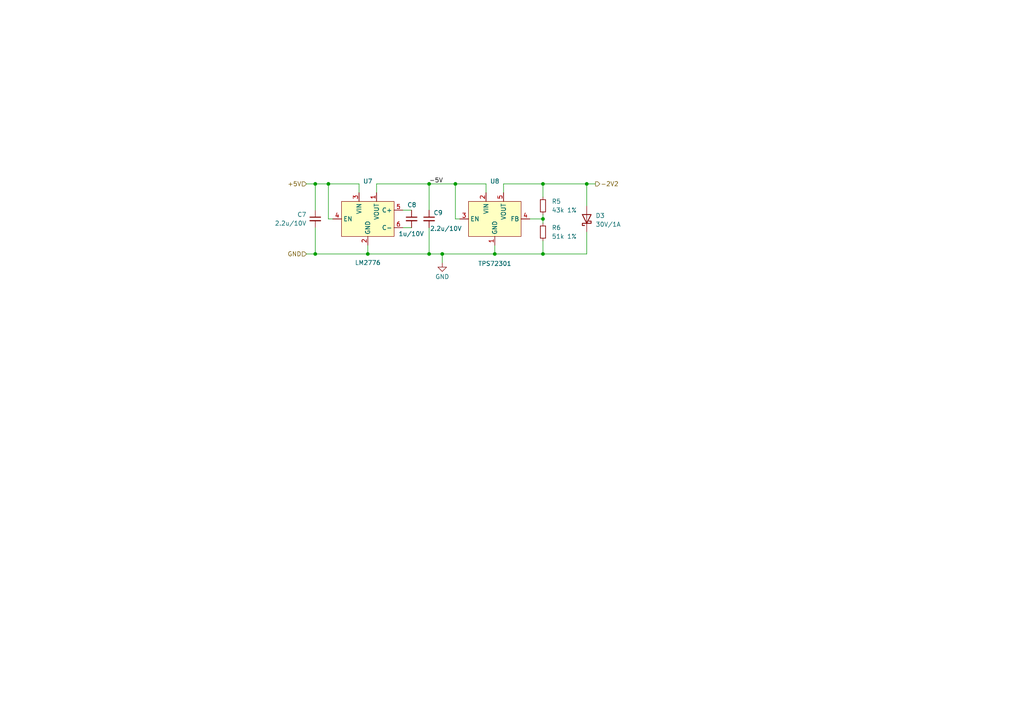
<source format=kicad_sch>
(kicad_sch (version 20250114) (generator "eeschema") (generator_version "9.0")
  (paper "A4")
  (title_block (date "2025-03-31") (rev "2"))
  (lib_symbols
    (symbol "Device:C_Small" (pin_numbers (hide yes)) (pin_names (offset 0.254) (hide yes))
      (property "Reference" "C" (at 0.254 1.778 0))
      (property "Value" "C_Small" (at 0.254 -2.032 0))
      (symbol "C_Small_0_1"
        (polyline (pts (xy -1.524 0.508) (xy 1.524 0.508)) (stroke (width 0.3048)))
        (polyline (pts (xy -1.524 -0.508) (xy 1.524 -0.508)) (stroke (width 0.3302)))
      )
      (symbol "C_Small_1_1"
        (pin passive line (at 0 2.54 270) (length 2.032) (name "~") (number "1"))
        (pin passive line (at 0 -2.54 90) (length 2.032) (name "~") (number "2"))
      )
    )
    (symbol "Device:D_Schottky" (pin_numbers (hide yes)) (pin_names (offset 1.016) (hide yes))
      (property "Reference" "D" (at 0 2.54 0))
      (property "Value" "D_Schottky" (at 0 -2.54 0))
      (symbol "D_Schottky_0_1"
        (polyline (pts (xy -1.905 0.635) (xy -1.905 1.27) (xy -1.27 1.27) (xy -1.27 -1.27) (xy -0.635 -1.27) (xy -0.635 -0.635)) (stroke (width 0.254)))
        (polyline (pts (xy 1.27 1.27) (xy 1.27 -1.27) (xy -1.27 0) (xy 1.27 1.27)) (stroke (width 0.254)))
        (polyline (pts (xy 1.27 0) (xy -1.27 0)))
      )
      (symbol "D_Schottky_1_1"
        (pin passive line (at -3.81 0 0) (length 2.54) (name "K") (number "1"))
        (pin passive line (at 3.81 0 180) (length 2.54) (name "A") (number "2"))
      )
    )
    (symbol "Device:R_Small" (pin_numbers (hide yes)) (pin_names (offset 0.254) (hide yes))
      (property "Reference" "R" (at 0 0 90))
      (property "Value" "R_Small" (at 1.778 0 90))
      (symbol "R_Small_0_1"
        (rectangle (start -0.762 1.778) (end 0.762 -1.778) (stroke (width 0.2032)))
      )
      (symbol "R_Small_1_1"
        (pin passive line (at 0 2.54 270) (length 0.762) (name "~") (number "1"))
        (pin passive line (at 0 -2.54 90) (length 0.762) (name "~") (number "2"))
      )
    )
    (symbol "power:GND" (power) (pin_numbers (hide yes)) (pin_names (offset 0) (hide yes))
      (property "Value" "GND" (at 0 -3.81 0))
      (symbol "GND_0_1"
        (polyline (pts (xy 0 0) (xy 0 -1.27) (xy 1.27 -1.27) (xy 0 -2.54) (xy -1.27 -1.27) (xy 0 -1.27)))
      )
      (symbol "GND_1_1"
        (pin power_in line (at 0 0 270) (length 0) (name "~") (number "1"))
      )
    )
    (symbol "ti:LM2776"
      (property "Reference" "U" (at 0.508 7.874 0))
      (property "Value" "LM2776" (at 9.398 -12.192 0))
      (symbol "LM2776_1_0"
        (pin input line (at -10.16 -5.08 0) (length 2.54) (name "EN") (number "4"))
        (pin power_in line (at -2.54 2.54 270) (length 2.54) (name "VIN") (number "3"))
        (pin power_in line (at 0 -12.7 90) (length 2.54) (name "GND") (number "2"))
        (pin power_out line (at 2.54 2.54 270) (length 2.54) (name "VOUT") (number "1"))
        (pin passive line (at 10.16 -2.54 180) (length 2.54) (name "C+") (number "5"))
        (pin passive line (at 10.16 -7.62 180) (length 2.54) (name "C-") (number "6"))
      )
      (symbol "LM2776_1_1"
        (rectangle (start -7.62 0) (end 7.62 -10.16) (fill (type background)))
      )
    )
    (symbol "ti:TPS72301"
      (property "Reference" "U" (at 0.508 7.874 0))
      (property "Value" "TPS72301" (at 9.398 -12.192 0))
      (symbol "TPS72301_1_0"
        (pin input line (at -10.16 -5.08 0) (length 2.54) (name "EN") (number "3"))
        (pin power_in line (at -2.54 2.54 270) (length 2.54) (name "VIN") (number "2"))
        (pin power_in line (at 0 -12.7 90) (length 2.54) (name "GND") (number "1"))
        (pin power_out line (at 2.54 2.54 270) (length 2.54) (name "VOUT") (number "5"))
        (pin passive line (at 10.16 -5.08 180) (length 2.54) (name "FB") (number "4"))
      )
      (symbol "TPS72301_1_1"
        (rectangle (start -7.62 0) (end 7.62 -10.16) (fill (type background)))
      )
    )
  )
  (junction (at 132.08 53.34))
  (junction (at 95.25 53.34))
  (junction (at 157.48 53.34))
  (junction (at 91.44 73.66))
  (junction (at 124.46 53.34))
  (junction (at 124.46 73.66))
  (junction (at 106.68 73.66))
  (junction (at 91.44 53.34))
  (junction (at 157.48 73.66))
  (junction (at 128.27 73.66))
  (junction (at 143.51 73.66))
  (junction (at 170.18 53.34))
  (junction (at 157.48 63.5))
  (wire (pts (xy 143.51 73.66) (xy 157.48 73.66)))
  (wire (pts (xy 91.44 53.34) (xy 91.44 60.96)))
  (wire (pts (xy 95.25 53.34) (xy 104.14 53.34)))
  (wire (pts (xy 157.48 53.34) (xy 170.18 53.34)))
  (wire (pts (xy 143.51 71.12) (xy 143.51 73.66)))
  (wire (pts (xy 157.48 73.66) (xy 170.18 73.66)))
  (wire (pts (xy 109.22 53.34) (xy 124.46 53.34)))
  (wire (pts (xy 128.27 73.66) (xy 143.51 73.66)))
  (wire (pts (xy 116.84 66.04) (xy 119.38 66.04)))
  (wire (pts (xy 170.18 53.34) (xy 172.72 53.34)))
  (wire (pts (xy 104.14 53.34) (xy 104.14 55.88)))
  (wire (pts (xy 133.35 63.5) (xy 132.08 63.5)))
  (wire (pts (xy 124.46 53.34) (xy 132.08 53.34)))
  (wire (pts (xy 88.9 53.34) (xy 91.44 53.34)))
  (wire (pts (xy 153.67 63.5) (xy 157.48 63.5)))
  (wire (pts (xy 124.46 66.04) (xy 124.46 73.66)))
  (wire (pts (xy 146.05 53.34) (xy 157.48 53.34)))
  (wire (pts (xy 132.08 53.34) (xy 140.97 53.34)))
  (wire (pts (xy 91.44 53.34) (xy 95.25 53.34)))
  (wire (pts (xy 95.25 53.34) (xy 95.25 63.5)))
  (wire (pts (xy 109.22 53.34) (xy 109.22 55.88)))
  (wire (pts (xy 128.27 73.66) (xy 124.46 73.66)))
  (wire (pts (xy 146.05 53.34) (xy 146.05 55.88)))
  (wire (pts (xy 157.48 53.34) (xy 157.48 57.15)))
  (wire (pts (xy 157.48 62.23) (xy 157.48 63.5)))
  (wire (pts (xy 128.27 76.2) (xy 128.27 73.66)))
  (wire (pts (xy 132.08 53.34) (xy 132.08 63.5)))
  (wire (pts (xy 124.46 53.34) (xy 124.46 60.96)))
  (wire (pts (xy 88.9 73.66) (xy 91.44 73.66)))
  (wire (pts (xy 91.44 73.66) (xy 106.68 73.66)))
  (wire (pts (xy 96.52 63.5) (xy 95.25 63.5)))
  (wire (pts (xy 170.18 67.31) (xy 170.18 73.66)))
  (wire (pts (xy 116.84 60.96) (xy 119.38 60.96)))
  (wire (pts (xy 170.18 53.34) (xy 170.18 59.69)))
  (wire (pts (xy 106.68 73.66) (xy 124.46 73.66)))
  (wire (pts (xy 91.44 66.04) (xy 91.44 73.66)))
  (wire (pts (xy 140.97 53.34) (xy 140.97 55.88)))
  (wire (pts (xy 106.68 71.12) (xy 106.68 73.66)))
  (wire (pts (xy 157.48 63.5) (xy 157.48 64.77)))
  (wire (pts (xy 157.48 69.85) (xy 157.48 73.66)))
  (label "-5V" (at 124.46 53.34 0))
  (hierarchical_label "+5V" (shape input) (at 88.9 53.34 180))
  (hierarchical_label "-2V2" (shape output) (at 172.72 53.34 0))
  (hierarchical_label "GND" (shape input) (at 88.9 73.66 180))
  (symbol (lib_id "Device:D_Schottky") (at 170.18 63.5 90) (unit 1)
    (property "Reference" "D3" (at 172.72 62.5474 90) (effects (justify right)))
    (property "Value" "30V/1A" (at 172.72 65.0874 90) (effects (justify right)))
    (property "Footprint" "murata:CR_60M-60_ROM-M" (effects (hide yes)))
    (property "Description" "Schottky diode" (effects (hide yes)))
    (instances (project "" (path "" (reference "D3") (unit 1))) (project "" (path "" (reference "D3") (unit 1))) (project "" (path "" (reference "D1") (unit 1))))
  )
  (symbol (lib_id "Device:R_Small") (at 157.48 59.69 0) (unit 1)
    (property "Reference" "R5" (at 160.02 58.4199 0) (effects (justify left)))
    (property "Value" "43k 1%" (at 160.02 60.9599 0) (effects (justify left)))
    (property "Footprint" "Resistor_SMD:R_0603_1608Metric_Pad0.98x0.95mm_HandSolder" (effects (hide yes)))
    (property "Description" "Resistor, small symbol" (effects (hide yes)))
  )
  (symbol (lib_id "ti:TPS72301") (at 143.51 58.42 0) (unit 1)
    (property "Reference" "U8" (at 143.51 52.578 0))
    (property "Value" "TPS72301" (at 143.51 76.454 0))
    (property "Footprint" "ti:DBV5-M" (effects (hide yes)))
    (property "Datasheet" "https://www.ti.com/lit/ds/symlink/tps723.pdf" (effects (hide yes)))
    (property "Description" "Negative Output Low-Dropout Linear Regulator" (effects (hide yes)))
  )
  (symbol (lib_id "Device:C_Small") (at 91.44 63.5 0) (mirror y) (unit 1)
    (property "Reference" "C7" (at 88.9 62.2362 0) (effects (justify left)))
    (property "Value" "2.2u/10V" (at 88.9 64.7762 0) (effects (justify left)))
    (property "Footprint" "Capacitor_SMD:C_0603_1608Metric_Pad1.08x0.95mm_HandSolder" (effects (hide yes)))
    (property "Description" "Unpolarized capacitor, small symbol" (effects (hide yes)))
    (instances (project "" (path "" (reference "C7") (unit 1))) (project "" (path "" (reference "C6") (unit 1))) (project "" (path "" (reference "C1") (unit 1))))
  )
  (symbol (lib_id "Device:R_Small") (at 157.48 67.31 0) (unit 1)
    (property "Reference" "R6" (at 160.02 66.0399 0) (effects (justify left)))
    (property "Value" "51k 1%" (at 160.02 68.5799 0) (effects (justify left)))
    (property "Footprint" "Resistor_SMD:R_0603_1608Metric_Pad0.98x0.95mm_HandSolder" (effects (hide yes)))
    (property "Description" "Resistor, small symbol" (effects (hide yes)))
  )
  (symbol (lib_id "Device:C_Small") (at 124.46 63.5 0) (unit 1)
    (property "Reference" "C9" (at 125.73 61.722 0) (effects (justify left)))
    (property "Value" "2.2u/10V" (at 124.714 66.294 0) (effects (justify left)))
    (property "Footprint" "Capacitor_SMD:C_0603_1608Metric_Pad1.08x0.95mm_HandSolder" (effects (hide yes)))
    (property "Description" "Unpolarized capacitor, small symbol" (effects (hide yes)))
    (instances (project "" (path "" (reference "C9") (unit 1))) (project "" (path "" (reference "C8") (unit 1))) (project "" (path "" (reference "C3") (unit 1))))
  )
  (symbol (lib_id "ti:LM2776") (at 106.68 58.42 0) (unit 1)
    (property "Reference" "U7" (at 106.68 52.578 0))
    (property "Value" "LM2776" (at 106.68 76.2 0))
    (property "Footprint" "ti:DBV0006A_M" (effects (hide yes)))
    (property "Datasheet" "https://www.ti.com/lit/ds/symlink/lm2776.pdf" (effects (hide yes)))
    (property "Description" "Switched Capacitor Inverter" (effects (hide yes)))
    (instances (project "" (path "" (reference "U7") (unit 1))) (project "" (path "" (reference "U4") (unit 1))) (project "" (path "" (reference "U1") (unit 1))))
  )
  (symbol (lib_id "power:GND") (at 128.27 76.2 0) (unit 1)
    (property "Reference" "#PWR021" (effects (hide yes)))
    (property "Value" "GND" (at 128.27 80.264 0))
    (property "Description" "Power symbol creates a global label with name \"GND\" , ground" (effects (hide yes)))
    (instances (project "" (path "" (reference "#PWR021") (unit 1))) (project "" (path "" (reference "#PWR021") (unit 1))) (project "dcdc-5v" (path "" (reference "#PWR02") (unit 1))) (project "" (path "" (reference "#PWR021") (unit 1))))
  )
  (symbol (lib_id "Device:C_Small") (at 119.38 63.5 0) (unit 1)
    (property "Reference" "C8" (at 118.11 59.436 0) (effects (justify left)))
    (property "Value" "1u/10V" (at 115.57 67.818 0) (effects (justify left)))
    (property "Footprint" "Capacitor_SMD:C_0603_1608Metric_Pad1.08x0.95mm_HandSolder" (effects (hide yes)))
    (property "Description" "Unpolarized capacitor, small symbol" (effects (hide yes)))
    (instances (project "" (path "" (reference "C8") (unit 1))) (project "bionic-p8080" (path "" (reference "C7") (unit 1))))
  )
)
</source>
